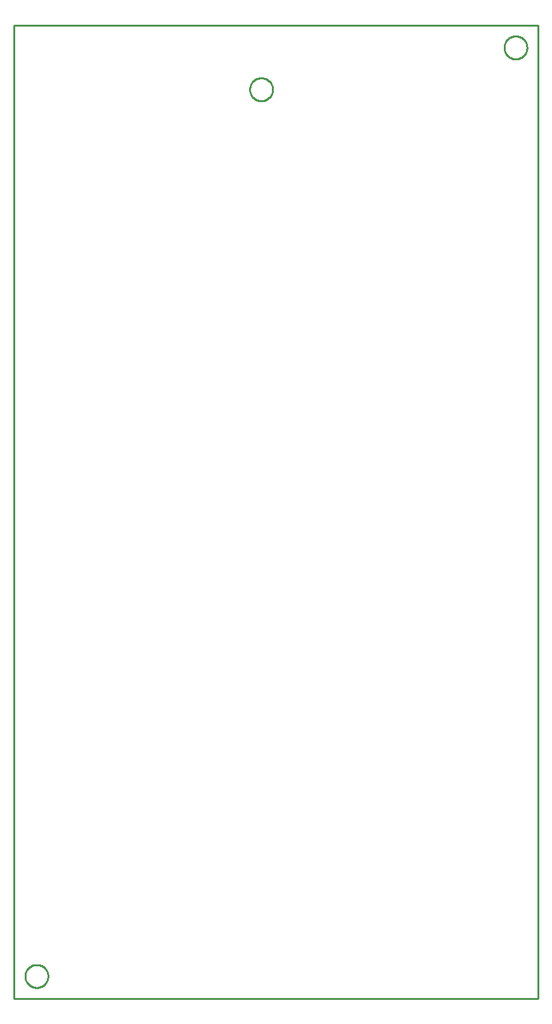
<source format=gko>
%FSDAX24Y24*%
%MOIN*%
%SFA1B1*%

%IPPOS*%
%ADD44C,0.010000*%
%LNde-290817-1*%
%LPD*%
G54D44*
X026902Y060950D02*
D01*
X026900Y060991*
X026896Y061033*
X026888Y061075*
X026878Y061115*
X026865Y061155*
X026849Y061194*
X026831Y061232*
X026810Y061269*
X026787Y061303*
X026761Y061336*
X026733Y061368*
X026702Y061397*
X026670Y061424*
X026636Y061449*
X026601Y061471*
X026563Y061491*
X026525Y061508*
X026486Y061522*
X026445Y061534*
X026404Y061542*
X026362Y061548*
X026321Y061551*
X026278*
X026237Y061548*
X026195Y061542*
X026154Y061534*
X026113Y061522*
X026074Y061508*
X026036Y061491*
X025999Y061471*
X025963Y061449*
X025929Y061424*
X025897Y061397*
X025866Y061368*
X025838Y061336*
X025812Y061303*
X025789Y061269*
X025768Y061232*
X025750Y061194*
X025734Y061155*
X025721Y061115*
X025711Y061075*
X025703Y061033*
X025699Y060991*
X025698Y060950*
X025699Y060908*
X025703Y060866*
X025711Y060824*
X025721Y060784*
X025734Y060744*
X025750Y060705*
X025768Y060667*
X025789Y060630*
X025812Y060596*
X025838Y060563*
X025866Y060531*
X025897Y060502*
X025929Y060475*
X025963Y060450*
X025999Y060428*
X026036Y060408*
X026074Y060391*
X026113Y060377*
X026154Y060365*
X026195Y060357*
X026237Y060351*
X026278Y060348*
X026321*
X026362Y060351*
X026404Y060357*
X026445Y060365*
X026486Y060377*
X026525Y060391*
X026563Y060408*
X026601Y060428*
X026636Y060450*
X026670Y060475*
X026702Y060502*
X026733Y060531*
X026761Y060563*
X026787Y060596*
X026810Y060630*
X026831Y060667*
X026849Y060705*
X026865Y060744*
X026878Y060784*
X026888Y060824*
X026896Y060866*
X026900Y060908*
X026902Y060950*
X040280Y063150D02*
D01*
X040278Y063191*
X040274Y063233*
X040266Y063275*
X040256Y063315*
X040243Y063355*
X040227Y063394*
X040209Y063432*
X040188Y063469*
X040165Y063503*
X040139Y063536*
X040111Y063568*
X040080Y063597*
X040048Y063624*
X040014Y063649*
X039979Y063671*
X039941Y063691*
X039903Y063708*
X039864Y063722*
X039823Y063734*
X039782Y063742*
X039740Y063748*
X039699Y063751*
X039656*
X039615Y063748*
X039573Y063742*
X039532Y063734*
X039491Y063722*
X039452Y063708*
X039414Y063691*
X039377Y063671*
X039341Y063649*
X039307Y063624*
X039275Y063597*
X039244Y063568*
X039216Y063536*
X039190Y063503*
X039167Y063469*
X039146Y063432*
X039128Y063394*
X039112Y063355*
X039099Y063315*
X039089Y063275*
X039081Y063233*
X039077Y063191*
X039076Y063150*
X039077Y063108*
X039081Y063066*
X039089Y063024*
X039099Y062984*
X039112Y062944*
X039128Y062905*
X039146Y062867*
X039167Y062830*
X039190Y062796*
X039216Y062763*
X039244Y062731*
X039275Y062702*
X039307Y062675*
X039341Y062650*
X039377Y062628*
X039414Y062608*
X039452Y062591*
X039491Y062577*
X039532Y062565*
X039573Y062557*
X039615Y062551*
X039656Y062548*
X039699*
X039740Y062551*
X039782Y062557*
X039823Y062565*
X039864Y062577*
X039903Y062591*
X039941Y062608*
X039979Y062628*
X040014Y062650*
X040048Y062675*
X040080Y062702*
X040111Y062731*
X040139Y062763*
X040165Y062796*
X040188Y062830*
X040209Y062867*
X040227Y062905*
X040243Y062944*
X040256Y062984*
X040266Y063024*
X040274Y063066*
X040278Y063108*
X040280Y063150*
X015083Y014331D02*
D01*
X015081Y014372*
X015077Y014414*
X015069Y014456*
X015059Y014496*
X015046Y014536*
X015030Y014575*
X015012Y014613*
X014991Y014650*
X014968Y014684*
X014942Y014717*
X014914Y014749*
X014883Y014778*
X014851Y014805*
X014817Y014830*
X014782Y014852*
X014744Y014872*
X014706Y014889*
X014667Y014903*
X014626Y014915*
X014585Y014923*
X014543Y014929*
X014502Y014932*
X014459*
X014418Y014929*
X014376Y014923*
X014335Y014915*
X014294Y014903*
X014255Y014889*
X014217Y014872*
X014180Y014852*
X014144Y014830*
X014110Y014805*
X014078Y014778*
X014047Y014749*
X014019Y014717*
X013993Y014684*
X013970Y014650*
X013949Y014613*
X013931Y014575*
X013915Y014536*
X013902Y014496*
X013892Y014456*
X013884Y014414*
X013880Y014372*
X013879Y014331*
X013880Y014289*
X013884Y014247*
X013892Y014205*
X013902Y014165*
X013915Y014125*
X013931Y014086*
X013949Y014048*
X013970Y014011*
X013993Y013977*
X014019Y013944*
X014047Y013912*
X014078Y013883*
X014110Y013856*
X014144Y013831*
X014180Y013809*
X014217Y013789*
X014255Y013772*
X014294Y013758*
X014335Y013746*
X014376Y013738*
X014418Y013732*
X014459Y013729*
X014502*
X014543Y013732*
X014585Y013738*
X014626Y013746*
X014667Y013758*
X014706Y013772*
X014744Y013789*
X014782Y013809*
X014817Y013831*
X014851Y013856*
X014883Y013883*
X014914Y013912*
X014942Y013944*
X014968Y013977*
X014991Y014011*
X015012Y014048*
X015030Y014086*
X015046Y014125*
X015059Y014165*
X015069Y014205*
X015077Y014247*
X015081Y014289*
X015083Y014331*
X013300Y064331D02*
X040859D01*
Y013150D02*
Y064331D01*
X013300Y013150D02*
X040859D01*
X013300D02*
Y064331D01*
M02*
</source>
